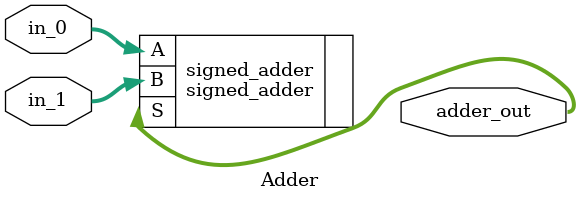
<source format=v>
`timescale 1ns / 1ps


module Adder
(
    input   wire    [31:0]      in_0,
    input   wire    [31:0]      in_1,
    output  wire    [31:0]      adder_out
);

signed_adder signed_adder 
(
    .A(in_0),   // input    wire    [31 : 0]    A
    .B(in_1),   // input    wire    [31 : 0]    B
    .S(adder_out)     // output   wire    [31 : 0]    S
);
endmodule

</source>
